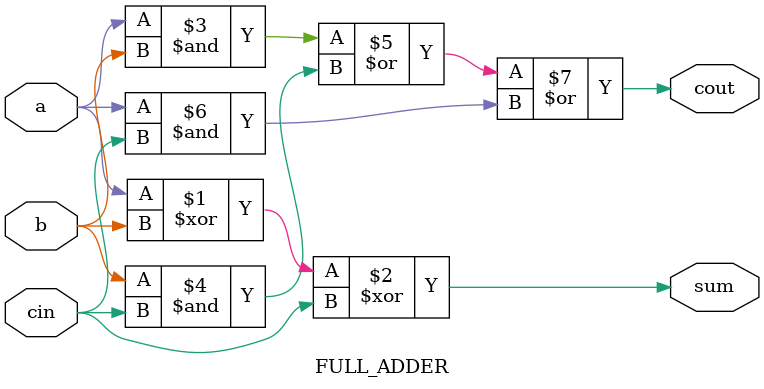
<source format=v>
module FULL_ADDER(
input a,b,cin,
output sum,cout
);
assign sum=a^b^cin;
assign cout=(a&b)|(b&cin)|(a&cin);
endmodule

</source>
